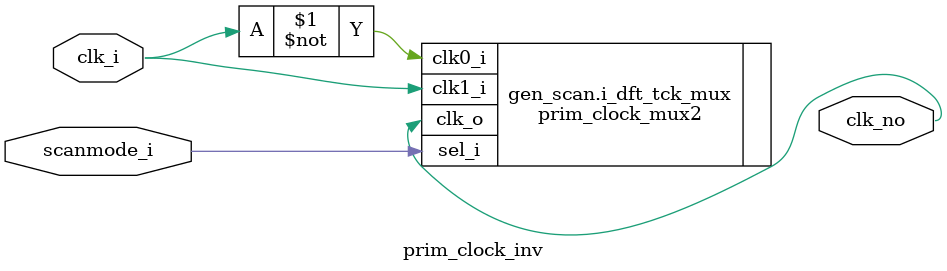
<source format=sv>

module prim_clock_inv #(
  parameter bit HasScanMode = 1'b1
) (
  input        clk_i,
  input        scanmode_i,
  output logic clk_no      // Inverted
);

  if (HasScanMode) begin : gen_scan
    prim_clock_mux2 i_dft_tck_mux (
      .clk0_i ( ~clk_i     ),
      .clk1_i ( clk_i      ), // bypass the inverted clock for testing
      .sel_i  ( scanmode_i ),
      .clk_o  ( clk_no     )
    );
  end else begin : gen_noscan
    logic unused_scanmode;
    assign unused_scanmode = scanmode_i;
    assign clk_no = ~clk_i;
  end

endmodule : prim_clock_inv

</source>
